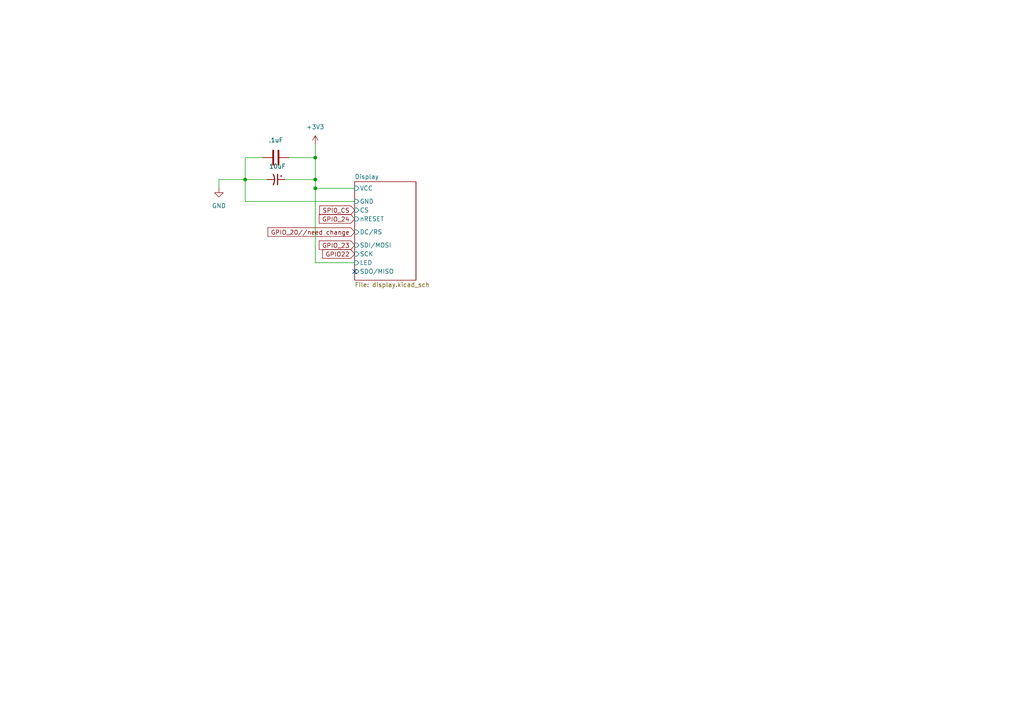
<source format=kicad_sch>
(kicad_sch (version 20250114) (generator "eeschema") (generator_version "9.0")
  (paper "A4")
  (lib_symbols
    (symbol "Device:C" (pin_numbers (hide yes)) (pin_names (offset 0.254))
      (property "Reference" "C" (at 0.635 2.54 0))
      (property "Value" "C" (at 0.635 -2.54 0))
      (symbol "C_0_1"
        (polyline (pts (xy -2.032 0.762) (xy 2.032 0.762)) (stroke (width 0.508)))
        (polyline (pts (xy -2.032 -0.762) (xy 2.032 -0.762)) (stroke (width 0.508)))
      )
      (symbol "C_1_1"
        (pin passive line (at 0 3.81 270) (length 2.794) (name "~") (number "1"))
        (pin passive line (at 0 -3.81 90) (length 2.794) (name "~") (number "2"))
      )
    )
    (symbol "Device:C_Polarized_Small_US" (pin_numbers (hide yes)) (pin_names (offset 0.254) (hide yes))
      (property "Reference" "C" (at 0.254 1.778 0))
      (property "Value" "C_Polarized_Small_US" (at 0.254 -2.032 0))
      (symbol "C_Polarized_Small_US_0_1"
        (polyline (pts (xy -1.524 0.508) (xy 1.524 0.508)) (stroke (width 0.3048)))
        (polyline (pts (xy -1.27 1.524) (xy -0.762 1.524)))
        (polyline (pts (xy -1.016 1.27) (xy -1.016 1.778)))
        (arc (start -1.524 -0.762) (mid 0 -0.3734) (end 1.524 -0.762) (stroke (width 0.3048)))
      )
      (symbol "C_Polarized_Small_US_1_1"
        (pin passive line (at 0 2.54 270) (length 2.032) (name "~") (number "1"))
        (pin passive line (at 0 -2.54 90) (length 2.032) (name "~") (number "2"))
      )
    )
    (symbol "power:+3V3" (power) (pin_numbers (hide yes)) (pin_names (offset 0) (hide yes))
      (property "Value" "+3V3" (at 0 3.556 0))
      (symbol "+3V3_0_1"
        (polyline (pts (xy -0.762 1.27) (xy 0 2.54)))
        (polyline (pts (xy 0 2.54) (xy 0.762 1.27)))
        (polyline (pts (xy 0 0) (xy 0 2.54)))
      )
      (symbol "+3V3_1_1"
        (pin power_in line (at 0 0 90) (length 0) (name "~") (number "1"))
      )
    )
    (symbol "power:GND" (power) (pin_numbers (hide yes)) (pin_names (offset 0) (hide yes))
      (property "Value" "GND" (at 0 -3.81 0))
      (symbol "GND_0_1"
        (polyline (pts (xy 0 0) (xy 0 -1.27) (xy 1.27 -1.27) (xy 0 -2.54) (xy -1.27 -1.27) (xy 0 -1.27)))
      )
      (symbol "GND_1_1"
        (pin power_in line (at 0 0 270) (length 0) (name "~") (number "1"))
      )
    )
  )
  (junction (at 91.44 45.72))
  (junction (at 91.44 52.07))
  (junction (at 91.44 54.61))
  (junction (at 71.12 52.07))
  (no_connect (at 102.87 78.74))
  (wire (pts (xy 71.12 52.07) (xy 71.12 58.42)))
  (wire (pts (xy 91.44 45.72) (xy 91.44 41.91)))
  (wire (pts (xy 71.12 45.72) (xy 71.12 52.07)))
  (wire (pts (xy 102.87 76.2) (xy 91.44 76.2)))
  (wire (pts (xy 63.5 52.07) (xy 63.5 54.61)))
  (wire (pts (xy 91.44 76.2) (xy 91.44 54.61)))
  (wire (pts (xy 71.12 58.42) (xy 102.87 58.42)))
  (wire (pts (xy 76.2 45.72) (xy 71.12 45.72)))
  (wire (pts (xy 63.5 52.07) (xy 71.12 52.07)))
  (wire (pts (xy 91.44 45.72) (xy 91.44 52.07)))
  (wire (pts (xy 83.82 45.72) (xy 91.44 45.72)))
  (wire (pts (xy 102.87 54.61) (xy 91.44 54.61)))
  (wire (pts (xy 82.55 52.07) (xy 91.44 52.07)))
  (wire (pts (xy 71.12 52.07) (xy 77.47 52.07)))
  (wire (pts (xy 91.44 52.07) (xy 91.44 54.61)))
  (global_label "GPIO_23" (shape input) (at 102.87 71.12 180) (property "Intersheetrefs" "${INTERSHEET_REFS}" (effects (hide yes))))
  (global_label "GPIO_24" (shape input) (at 102.87 63.5 180) (property "Intersheetrefs" "${INTERSHEET_REFS}" (effects (hide yes))))
  (global_label "GPIO22" (shape input) (at 102.87 73.66 180) (property "Intersheetrefs" "${INTERSHEET_REFS}" (effects (hide yes))))
  (global_label "SPI0_CS" (shape input) (at 102.87 60.96 180) (property "Intersheetrefs" "${INTERSHEET_REFS}" (effects (hide yes))))
  (global_label "GPIO_20{slash}{slash}need change" (shape input) (at 102.87 67.31 180) (property "Intersheetrefs" "${INTERSHEET_REFS}" (effects (hide yes))))
  (symbol (lib_id "Device:C_Polarized_Small_US") (at 80.01 52.07 270) (unit 1)
    (property "Reference" "C2" (effects (hide yes)))
    (property "Value" "10uF" (at 80.4418 48.26 90))
    (property "Description" "Polarized capacitor, small US symbol" (effects (hide yes)))
  )
  (symbol (lib_id "Device:C") (at 80.01 45.72 270) (unit 1)
    (property "Reference" "C1" (effects (hide yes)))
    (property "Value" ".1uF" (at 80.01 40.64 90))
    (property "Description" "Unpolarized capacitor" (effects (hide yes)))
  )
  (symbol (lib_id "power:GND") (at 63.5 54.61 0) (unit 1)
    (property "Reference" "#PWR02" (effects (hide yes)))
    (property "Value" "GND" (at 63.5 59.69 0))
    (property "Description" "Power symbol creates a global label with name \"GND\" , ground" (effects (hide yes)))
  )
  (symbol (lib_id "power:+3V3") (at 91.44 41.91 0) (unit 1)
    (property "Reference" "#PWR01" (effects (hide yes)))
    (property "Value" "+3V3" (at 91.44 36.83 0))
    (property "Description" "Power symbol creates a global label with name \"+3V3\"" (effects (hide yes)))
  )
  (sheet (at 102.87 52.705) (size 17.78 28.575) (stroke (width 0.1524))
    (property "Sheetname" "Display" (at 102.87 51.9934 0) (effects (justify left bottom)))
    (property "Sheetfile" "display.kicad_sch" (at 102.87 81.8646 0) (effects (justify left top)))
    (pin "GND" input (at 102.87 58.42 180))
    (pin "VCC" input (at 102.87 54.61 180))
    (pin "LED" input (at 102.87 76.2 180))
    (pin "CS" input (at 102.87 60.96 180))
    (pin "SDI{slash}MOSI" input (at 102.87 71.12 180))
    (pin "nRESET" input (at 102.87 63.5 180))
    (pin "SDO{slash}MISO" input (at 102.87 78.74 180))
    (pin "SCK" input (at 102.87 73.66 180))
    (pin "DC{slash}RS" input (at 102.87 67.31 180))
  )
)
</source>
